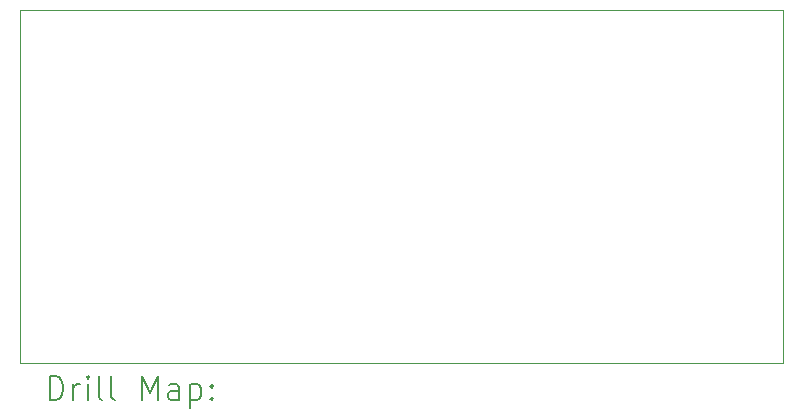
<source format=gbr>
%FSLAX45Y45*%
G04 Gerber Fmt 4.5, Leading zero omitted, Abs format (unit mm)*
G04 Created by KiCad (PCBNEW 6.0.6-1.fc36) date 2022-08-14 11:43:38*
%MOMM*%
%LPD*%
G01*
G04 APERTURE LIST*
%TA.AperFunction,Profile*%
%ADD10C,0.100000*%
%TD*%
%ADD11C,0.200000*%
G04 APERTURE END LIST*
D10*
X14147800Y-8064500D02*
X14147800Y-5080000D01*
X14147800Y-5080000D02*
X7683500Y-5080000D01*
X7683500Y-8064500D02*
X14147800Y-8064500D01*
X7683500Y-5080000D02*
X7683500Y-8064500D01*
D11*
X7936119Y-8379976D02*
X7936119Y-8179976D01*
X7983738Y-8179976D01*
X8012309Y-8189500D01*
X8031357Y-8208548D01*
X8040881Y-8227595D01*
X8050405Y-8265690D01*
X8050405Y-8294262D01*
X8040881Y-8332357D01*
X8031357Y-8351405D01*
X8012309Y-8370452D01*
X7983738Y-8379976D01*
X7936119Y-8379976D01*
X8136119Y-8379976D02*
X8136119Y-8246643D01*
X8136119Y-8284738D02*
X8145643Y-8265690D01*
X8155167Y-8256167D01*
X8174214Y-8246643D01*
X8193262Y-8246643D01*
X8259928Y-8379976D02*
X8259928Y-8246643D01*
X8259928Y-8179976D02*
X8250405Y-8189500D01*
X8259928Y-8199024D01*
X8269452Y-8189500D01*
X8259928Y-8179976D01*
X8259928Y-8199024D01*
X8383738Y-8379976D02*
X8364690Y-8370452D01*
X8355167Y-8351405D01*
X8355167Y-8179976D01*
X8488500Y-8379976D02*
X8469452Y-8370452D01*
X8459929Y-8351405D01*
X8459929Y-8179976D01*
X8717071Y-8379976D02*
X8717071Y-8179976D01*
X8783738Y-8322833D01*
X8850405Y-8179976D01*
X8850405Y-8379976D01*
X9031357Y-8379976D02*
X9031357Y-8275214D01*
X9021833Y-8256167D01*
X9002786Y-8246643D01*
X8964690Y-8246643D01*
X8945643Y-8256167D01*
X9031357Y-8370452D02*
X9012310Y-8379976D01*
X8964690Y-8379976D01*
X8945643Y-8370452D01*
X8936119Y-8351405D01*
X8936119Y-8332357D01*
X8945643Y-8313309D01*
X8964690Y-8303786D01*
X9012310Y-8303786D01*
X9031357Y-8294262D01*
X9126595Y-8246643D02*
X9126595Y-8446643D01*
X9126595Y-8256167D02*
X9145643Y-8246643D01*
X9183738Y-8246643D01*
X9202786Y-8256167D01*
X9212310Y-8265690D01*
X9221833Y-8284738D01*
X9221833Y-8341881D01*
X9212310Y-8360928D01*
X9202786Y-8370452D01*
X9183738Y-8379976D01*
X9145643Y-8379976D01*
X9126595Y-8370452D01*
X9307548Y-8360928D02*
X9317071Y-8370452D01*
X9307548Y-8379976D01*
X9298024Y-8370452D01*
X9307548Y-8360928D01*
X9307548Y-8379976D01*
X9307548Y-8256167D02*
X9317071Y-8265690D01*
X9307548Y-8275214D01*
X9298024Y-8265690D01*
X9307548Y-8256167D01*
X9307548Y-8275214D01*
M02*

</source>
